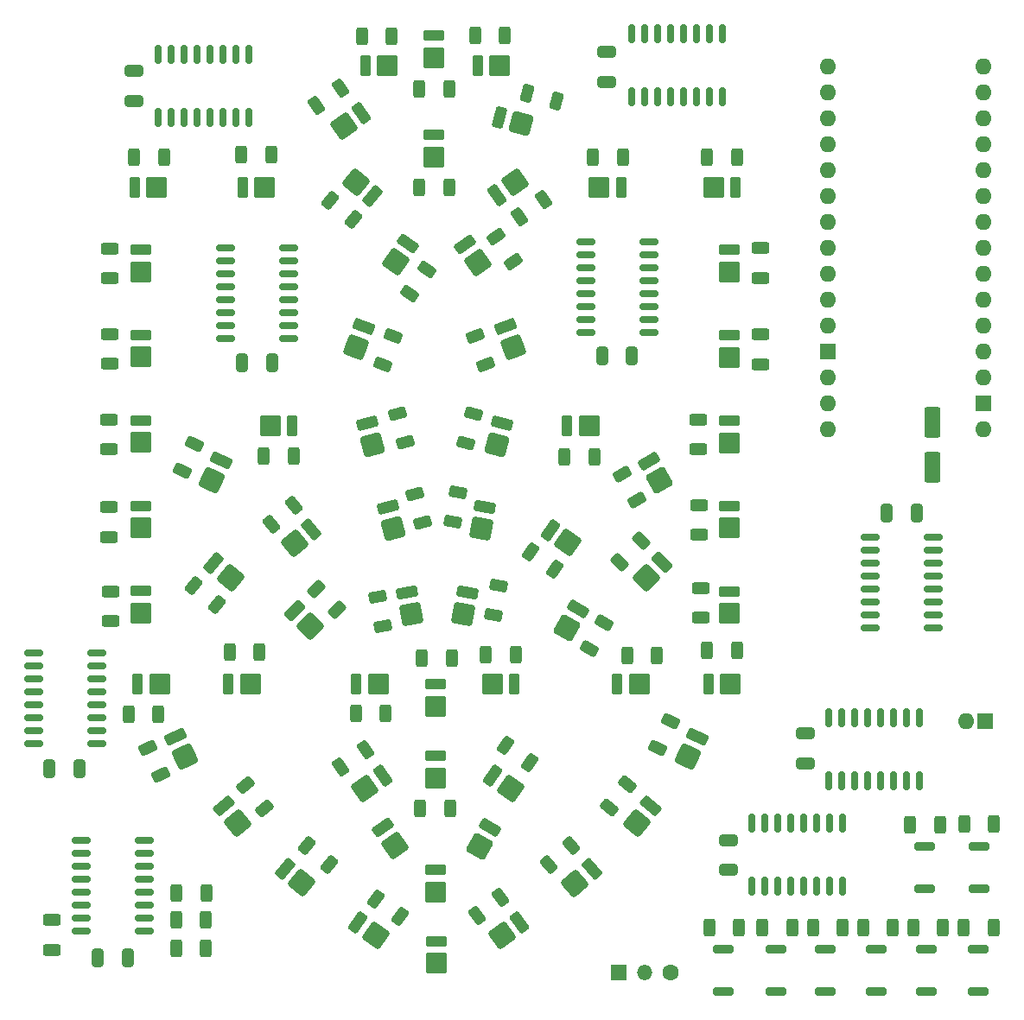
<source format=gbr>
%TF.GenerationSoftware,KiCad,Pcbnew,9.0.5*%
%TF.CreationDate,2025-10-19T21:09:40-05:00*%
%TF.ProjectId,slu,736c752e-6b69-4636-9164-5f7063625858,rev?*%
%TF.SameCoordinates,Original*%
%TF.FileFunction,Soldermask,Top*%
%TF.FilePolarity,Negative*%
%FSLAX46Y46*%
G04 Gerber Fmt 4.6, Leading zero omitted, Abs format (unit mm)*
G04 Created by KiCad (PCBNEW 9.0.5) date 2025-10-19 21:09:40*
%MOMM*%
%LPD*%
G01*
G04 APERTURE LIST*
G04 Aperture macros list*
%AMRoundRect*
0 Rectangle with rounded corners*
0 $1 Rounding radius*
0 $2 $3 $4 $5 $6 $7 $8 $9 X,Y pos of 4 corners*
0 Add a 4 corners polygon primitive as box body*
4,1,4,$2,$3,$4,$5,$6,$7,$8,$9,$2,$3,0*
0 Add four circle primitives for the rounded corners*
1,1,$1+$1,$2,$3*
1,1,$1+$1,$4,$5*
1,1,$1+$1,$6,$7*
1,1,$1+$1,$8,$9*
0 Add four rect primitives between the rounded corners*
20,1,$1+$1,$2,$3,$4,$5,0*
20,1,$1+$1,$4,$5,$6,$7,0*
20,1,$1+$1,$6,$7,$8,$9,0*
20,1,$1+$1,$8,$9,$2,$3,0*%
G04 Aperture macros list end*
%ADD10RoundRect,0.250000X-0.550000X1.250000X-0.550000X-1.250000X0.550000X-1.250000X0.550000X1.250000X0*%
%ADD11RoundRect,0.162500X0.750000X0.162500X-0.750000X0.162500X-0.750000X-0.162500X0.750000X-0.162500X0*%
%ADD12RoundRect,0.165000X-0.885000X0.385000X-0.885000X-0.385000X0.885000X-0.385000X0.885000X0.385000X0*%
%ADD13RoundRect,0.315000X-0.735000X0.735000X-0.735000X-0.735000X0.735000X-0.735000X0.735000X0.735000X0*%
%ADD14RoundRect,0.165000X-0.963306X0.059094X-0.699950X-0.664469X0.963306X-0.059094X0.699950X0.664469X0*%
%ADD15RoundRect,0.315000X-0.942059X0.439289X-0.439289X-0.942059X0.942059X-0.439289X0.439289X0.942059X0*%
%ADD16RoundRect,0.165000X-0.699950X0.664469X-0.963306X-0.059094X0.699950X-0.664469X0.963306X0.059094X0*%
%ADD17RoundRect,0.315000X-0.439289X0.942059X-0.942059X-0.439289X0.439289X-0.942059X0.942059X0.439289X0*%
%ADD18RoundRect,0.165000X-0.954490X0.142827X-0.755199X-0.600936X0.954490X-0.142827X0.755199X0.600936X0*%
%ADD19RoundRect,0.315000X-0.900187X0.519723X-0.519723X-0.900187X0.900187X-0.519723X0.519723X0.900187X0*%
%ADD20RoundRect,0.165000X-0.755199X0.600936X-0.954490X-0.142827X0.755199X-0.600936X0.954490X0.142827X0*%
%ADD21RoundRect,0.315000X-0.519723X0.900187X-0.900187X-0.519723X0.519723X-0.900187X0.900187X0.519723X0*%
%ADD22RoundRect,0.165000X-0.804700X0.532830X-0.938409X-0.225472X0.804700X-0.532830X0.938409X0.225472X0*%
%ADD23RoundRect,0.315000X-0.596202X0.851465X-0.851465X-0.596202X0.596202X-0.851465X0.851465X0.596202X0*%
%ADD24RoundRect,0.165000X-0.273940X0.925423X-0.863794X0.430476X0.273940X-0.925423X0.863794X-0.430476X0*%
%ADD25RoundRect,0.315000X0.090594X1.035492X-1.035492X0.090594X-0.090594X-1.035492X1.035492X-0.090594X0*%
%ADD26RoundRect,0.165000X0.385000X0.885000X-0.385000X0.885000X-0.385000X-0.885000X0.385000X-0.885000X0*%
%ADD27RoundRect,0.315000X0.735000X0.735000X-0.735000X0.735000X-0.735000X-0.735000X0.735000X-0.735000X0*%
%ADD28RoundRect,0.165000X-0.639374X0.722946X-0.964790X0.025089X0.639374X-0.722946X0.964790X-0.025089X0*%
%ADD29RoundRect,0.315000X-0.355512X0.976761X-0.976761X-0.355512X0.355512X-0.976761X0.976761X0.355512X0*%
%ADD30RoundRect,0.165000X-0.863794X-0.430476X-0.273940X-0.925423X0.863794X0.430476X0.273940X0.925423X0*%
%ADD31RoundRect,0.315000X-1.035492X-0.090594X0.090594X-1.035492X1.035492X0.090594X-0.090594X1.035492X0*%
%ADD32RoundRect,0.165000X-0.898026X-0.353553X-0.353553X-0.898026X0.898026X0.353553X0.353553X0.898026X0*%
%ADD33RoundRect,0.315000X-1.039447X0.000000X0.000000X-1.039447X1.039447X0.000000X0.000000X1.039447X0*%
%ADD34RoundRect,0.165000X-0.938409X0.225472X-0.804700X-0.532830X0.938409X-0.225472X0.804700X0.532830X0*%
%ADD35RoundRect,0.315000X-0.851465X0.596202X-0.596202X-0.851465X0.851465X-0.596202X0.596202X0.851465X0*%
%ADD36RoundRect,0.165000X-0.822989X-0.504123X-0.192242X-0.945776X0.822989X0.504123X0.192242X0.945776X0*%
%ADD37RoundRect,0.315000X-1.023655X-0.180498X0.180498X-1.023655X1.023655X0.180498X-0.180498X1.023655X0*%
%ADD38RoundRect,0.165000X-0.385000X-0.885000X0.385000X-0.885000X0.385000X0.885000X-0.385000X0.885000X0*%
%ADD39RoundRect,0.315000X-0.735000X-0.735000X0.735000X-0.735000X0.735000X0.735000X-0.735000X0.735000X0*%
%ADD40RoundRect,0.165000X-0.958932X-0.109080X-0.573932X-0.775920X0.958932X0.109080X0.573932X0.775920X0*%
%ADD41RoundRect,0.315000X-1.004029X0.269029X-0.269029X-1.004029X1.004029X-0.269029X0.269029X1.004029X0*%
%ADD42RoundRect,0.165000X-0.353553X0.898026X-0.898026X0.353553X0.353553X-0.898026X0.898026X-0.353553X0*%
%ADD43RoundRect,0.315000X0.000000X1.039447X-1.039447X0.000000X0.000000X-1.039447X1.039447X0.000000X0*%
%ADD44RoundRect,0.165000X-0.573932X0.775920X-0.958932X0.109080X0.573932X-0.775920X0.958932X-0.109080X0*%
%ADD45RoundRect,0.315000X-0.269029X1.004029X-1.004029X-0.269029X0.269029X-1.004029X1.004029X0.269029X0*%
%ADD46RoundRect,0.165000X-0.192242X0.945776X-0.822989X0.504123X0.192242X-0.945776X0.822989X-0.504123X0*%
%ADD47RoundRect,0.315000X0.180498X1.023655X-1.023655X0.180498X-0.180498X-1.023655X1.023655X-0.180498X0*%
%ADD48RoundRect,0.165000X-0.945776X-0.192242X-0.504123X-0.822989X0.945776X0.192242X0.504123X0.822989X0*%
%ADD49RoundRect,0.315000X-1.023655X0.180498X-0.180498X-1.023655X1.023655X-0.180498X0.180498X1.023655X0*%
%ADD50RoundRect,0.165000X0.863794X0.430476X0.273940X0.925423X-0.863794X-0.430476X-0.273940X-0.925423X0*%
%ADD51RoundRect,0.315000X1.035492X0.090594X-0.090594X1.035492X-1.035492X-0.090594X0.090594X-1.035492X0*%
%ADD52RoundRect,0.165000X-0.504123X0.822989X-0.945776X0.192242X0.504123X-0.822989X0.945776X-0.192242X0*%
%ADD53RoundRect,0.315000X-0.180498X1.023655X-1.023655X-0.180498X0.180498X-1.023655X1.023655X0.180498X0*%
%ADD54RoundRect,0.165000X-0.964790X-0.025089X-0.639374X-0.722946X0.964790X0.025089X0.639374X0.722946X0*%
%ADD55RoundRect,0.315000X-0.976761X0.355512X-0.355512X-0.976761X0.976761X-0.355512X0.355512X0.976761X0*%
%ADD56RoundRect,0.165000X-0.925423X-0.273940X-0.430476X-0.863794X0.925423X0.273940X0.430476X0.863794X0*%
%ADD57RoundRect,0.315000X-1.035492X0.090594X-0.090594X-1.035492X1.035492X-0.090594X0.090594X1.035492X0*%
%ADD58RoundRect,0.165000X-0.600936X-0.755199X0.142827X-0.954490X0.600936X0.755199X-0.142827X0.954490X0*%
%ADD59RoundRect,0.315000X-0.900187X-0.519723X0.519723X-0.900187X0.900187X0.519723X-0.519723X0.900187X0*%
%ADD60RoundRect,0.165000X0.192242X-0.945776X0.822989X-0.504123X-0.192242X0.945776X-0.822989X0.504123X0*%
%ADD61RoundRect,0.315000X-0.180498X-1.023655X1.023655X-0.180498X0.180498X1.023655X-1.023655X0.180498X0*%
%ADD62RoundRect,0.165000X-0.430476X0.863794X-0.925423X0.273940X0.430476X-0.863794X0.925423X-0.273940X0*%
%ADD63RoundRect,0.315000X-0.090594X1.035492X-1.035492X-0.090594X0.090594X-1.035492X1.035492X0.090594X0*%
%ADD64RoundRect,0.165000X-0.290049X0.920501X-0.871175X0.415335X0.290049X-0.920501X0.871175X-0.415335X0*%
%ADD65RoundRect,0.315000X0.072508X1.036915X-1.036915X0.072508X-0.072508X-1.036915X1.036915X-0.072508X0*%
%ADD66RoundRect,0.165000X-0.208718X0.942277X-0.831661X0.489683X0.208718X-0.942277X0.831661X-0.489683X0*%
%ADD67RoundRect,0.315000X0.162605X1.026650X-1.026650X0.162605X-0.162605X-1.026650X1.026650X-0.162605X0*%
%ADD68RoundRect,0.250000X-0.312500X-0.625000X0.312500X-0.625000X0.312500X0.625000X-0.312500X0.625000X0*%
%ADD69RoundRect,0.250000X-0.694189X0.079891X-0.480427X-0.507417X0.694189X-0.079891X0.480427X0.507417X0*%
%ADD70RoundRect,0.250000X0.480427X-0.507417X0.694189X0.079891X-0.480427X0.507417X-0.694189X-0.079891X0*%
%ADD71RoundRect,0.250000X-0.684585X0.140090X-0.522823X-0.463614X0.684585X-0.140090X0.522823X0.463614X0*%
%ADD72RoundRect,0.250000X-0.522823X0.463614X-0.684585X-0.140090X0.522823X-0.463614X0.684585X0.140090X0*%
%ADD73RoundRect,0.250000X-0.561240X0.416283X-0.669770X-0.199222X0.561240X-0.416283X0.669770X0.199222X0*%
%ADD74RoundRect,0.250000X0.162353X-0.679649X0.641131X-0.277907X-0.162353X0.679649X-0.641131X0.277907X0*%
%ADD75RoundRect,0.250000X0.434374X-0.547358X0.698511X0.019085X-0.434374X0.547358X-0.698511X-0.019085X0*%
%ADD76RoundRect,0.250000X0.641131X0.277907X0.162353X0.679649X-0.641131X-0.277907X-0.162353X-0.679649X0*%
%ADD77RoundRect,0.250000X0.662913X0.220971X0.220971X0.662913X-0.662913X-0.220971X-0.220971X-0.662913X0*%
%ADD78RoundRect,0.250000X0.669770X-0.199222X0.561240X0.416283X-0.669770X0.199222X-0.561240X-0.416283X0*%
%ADD79RoundRect,0.250000X0.561240X-0.416283X0.669770X0.199222X-0.561240X0.416283X-0.669770X-0.199222X0*%
%ADD80RoundRect,0.250000X0.614470X0.332727X0.102500X0.691213X-0.614470X-0.332727X-0.102500X-0.691213X0*%
%ADD81RoundRect,0.250000X0.697516X0.041867X0.385016X0.583133X-0.697516X-0.041867X-0.385016X-0.583133X0*%
%ADD82RoundRect,0.250000X0.220971X-0.662913X0.662913X-0.220971X-0.220971X0.662913X-0.662913X0.220971X0*%
%ADD83RoundRect,0.250000X0.385016X-0.583133X0.697516X-0.041867X-0.385016X0.583133X-0.697516X0.041867X0*%
%ADD84RoundRect,0.250000X0.312500X0.625000X-0.312500X0.625000X-0.312500X-0.625000X0.312500X-0.625000X0*%
%ADD85RoundRect,0.250000X-0.102500X0.691213X-0.614470X0.332727X0.102500X-0.691213X0.614470X-0.332727X0*%
%ADD86RoundRect,0.250000X0.625000X-0.312500X0.625000X0.312500X-0.625000X0.312500X-0.625000X-0.312500X0*%
%ADD87RoundRect,0.250000X-0.332727X0.614470X-0.691213X0.102500X0.332727X-0.614470X0.691213X-0.102500X0*%
%ADD88RoundRect,0.250000X-0.625000X0.312500X-0.625000X-0.312500X0.625000X-0.312500X0.625000X0.312500X0*%
%ADD89RoundRect,0.250000X0.698511X-0.019085X0.434374X0.547358X-0.698511X0.019085X-0.434374X-0.547358X0*%
%ADD90RoundRect,0.250000X0.679649X0.162353X0.277907X0.641131X-0.679649X-0.162353X-0.277907X-0.641131X0*%
%ADD91RoundRect,0.250000X0.620184X0.321953X0.114548X0.689319X-0.620184X-0.321953X-0.114548X-0.689319X0*%
%ADD92RoundRect,0.250000X-0.463614X-0.522823X0.140090X-0.684585X0.463614X0.522823X-0.140090X0.684585X0*%
%ADD93RoundRect,0.250000X0.102500X-0.691213X0.614470X-0.332727X-0.102500X0.691213X-0.614470X0.332727X0*%
%ADD94RoundRect,0.250000X-0.691213X-0.102500X-0.332727X-0.614470X0.691213X0.102500X0.332727X0.614470X0*%
%ADD95RoundRect,0.250000X0.289054X-0.636183X0.682379X-0.150467X-0.289054X0.636183X-0.682379X0.150467X0*%
%ADD96RoundRect,0.250000X0.174190X-0.676712X0.645884X-0.266675X-0.174190X0.676712X-0.645884X0.266675X0*%
%ADD97RoundRect,0.250000X0.126561X-0.687214X0.625708X-0.311080X-0.126561X0.687214X-0.625708X0.311080X0*%
%ADD98RoundRect,0.162500X-0.750000X-0.162500X0.750000X-0.162500X0.750000X0.162500X-0.750000X0.162500X0*%
%ADD99RoundRect,0.162500X0.162500X-0.750000X0.162500X0.750000X-0.162500X0.750000X-0.162500X-0.750000X0*%
%ADD100RoundRect,0.200000X0.800000X-0.200000X0.800000X0.200000X-0.800000X0.200000X-0.800000X-0.200000X0*%
%ADD101RoundRect,0.250000X-0.650000X0.325000X-0.650000X-0.325000X0.650000X-0.325000X0.650000X0.325000X0*%
%ADD102RoundRect,0.250000X-0.325000X-0.650000X0.325000X-0.650000X0.325000X0.650000X-0.325000X0.650000X0*%
%ADD103RoundRect,0.250000X0.325000X0.650000X-0.325000X0.650000X-0.325000X-0.650000X0.325000X-0.650000X0*%
%ADD104RoundRect,0.250000X0.650000X-0.325000X0.650000X0.325000X-0.650000X0.325000X-0.650000X-0.325000X0*%
%ADD105C,1.600000*%
%ADD106O,1.500000X1.500000*%
%ADD107R,1.600000X1.600000*%
%ADD108O,1.600000X1.600000*%
G04 APERTURE END LIST*
D10*
%TO.C,bc1*%
X148880000Y-91070000D03*
X148880000Y-95470000D03*
%TD*%
D11*
%TO.C,ICO7*%
X85807500Y-82875000D03*
X85807500Y-81605000D03*
X85807500Y-80335000D03*
X85807500Y-79065000D03*
X85807500Y-77795000D03*
X85807500Y-76525000D03*
X85807500Y-75255000D03*
X85807500Y-73985000D03*
X79632500Y-73985000D03*
X79632500Y-75255000D03*
X79632500Y-76525000D03*
X79632500Y-77795000D03*
X79632500Y-79065000D03*
X79632500Y-80335000D03*
X79632500Y-81605000D03*
X79632500Y-82875000D03*
%TD*%
D12*
%TO.C,d64*%
X100090000Y-53200000D03*
D13*
X100090000Y-55350000D03*
%TD*%
D12*
%TO.C,d63*%
X100090000Y-62940000D03*
D13*
X100090000Y-65090000D03*
%TD*%
D14*
%TO.C,d62*%
X107121693Y-81740812D03*
D15*
X107857036Y-83761151D03*
%TD*%
D16*
%TO.C,d61*%
X93188307Y-81740812D03*
D17*
X92452964Y-83761151D03*
%TD*%
D18*
%TO.C,d60*%
X93533182Y-91225659D03*
D19*
X94089643Y-93302400D03*
%TD*%
D20*
%TO.C,d59*%
X106776818Y-91225659D03*
D21*
X106220357Y-93302400D03*
%TD*%
D22*
%TO.C,d58*%
X105082689Y-99400358D03*
D23*
X104709345Y-101517694D03*
%TD*%
D18*
%TO.C,d57*%
X95563182Y-99425659D03*
D19*
X96119643Y-101502400D03*
%TD*%
D24*
%TO.C,d56*%
X88076500Y-101558665D03*
D25*
X86429504Y-102940658D03*
%TD*%
D26*
%TO.C,d55*%
X86200000Y-91450000D03*
D27*
X84050000Y-91450000D03*
%TD*%
D28*
%TO.C,d54*%
X79206308Y-94845548D03*
D29*
X78297679Y-96794109D03*
%TD*%
D30*
%TO.C,d53*%
X78503500Y-104918665D03*
D31*
X80150496Y-106300658D03*
%TD*%
D32*
%TO.C,d52*%
X86402477Y-109592477D03*
D33*
X87922756Y-111112756D03*
%TD*%
D34*
%TO.C,d51*%
X97477311Y-107770358D03*
D35*
X97850655Y-109887694D03*
%TD*%
D22*
%TO.C,d50*%
X103352689Y-107770358D03*
D23*
X102979345Y-109887694D03*
%TD*%
D36*
%TO.C,d49*%
X111462336Y-101651408D03*
D37*
X113223513Y-102884597D03*
%TD*%
D38*
%TO.C,d48*%
X113120000Y-91450000D03*
D39*
X115270000Y-91450000D03*
%TD*%
D40*
%TO.C,d47*%
X121110000Y-94899526D03*
D41*
X122185000Y-96761481D03*
%TD*%
D42*
%TO.C,d46*%
X122387523Y-104832477D03*
D43*
X120867244Y-106352756D03*
%TD*%
D44*
%TO.C,d45*%
X114170000Y-109379526D03*
D45*
X113095000Y-111241481D03*
%TD*%
D38*
%TO.C,d44*%
X79950000Y-116770000D03*
D39*
X82100000Y-116770000D03*
%TD*%
D38*
%TO.C,d43*%
X92470000Y-116770000D03*
D39*
X94620000Y-116770000D03*
%TD*%
D38*
%TO.C,d42*%
X118030000Y-116770000D03*
D39*
X120180000Y-116770000D03*
%TD*%
D26*
%TO.C,d41*%
X107980000Y-116770000D03*
D27*
X105830000Y-116770000D03*
%TD*%
D12*
%TO.C,d40*%
X100250000Y-116770000D03*
D13*
X100250000Y-118920000D03*
%TD*%
D12*
%TO.C,d39*%
X100250000Y-123800000D03*
D13*
X100250000Y-125950000D03*
%TD*%
D36*
%TO.C,d38*%
X105802336Y-125761408D03*
D37*
X107563513Y-126994597D03*
%TD*%
D46*
%TO.C,d37*%
X95037664Y-125761408D03*
D47*
X93276487Y-126994597D03*
%TD*%
D48*
%TO.C,d36*%
X95051408Y-130852336D03*
D49*
X96284597Y-132613513D03*
%TD*%
D44*
%TO.C,d35*%
X105600000Y-130789526D03*
D45*
X104525000Y-132651481D03*
%TD*%
D12*
%TO.C,d34*%
X100270000Y-134990000D03*
D13*
X100270000Y-137140000D03*
%TD*%
D12*
%TO.C,d33*%
X100340000Y-141990000D03*
D13*
X100340000Y-144140000D03*
%TD*%
D38*
%TO.C,d32*%
X93355000Y-56130000D03*
D39*
X95505000Y-56130000D03*
%TD*%
D46*
%TO.C,d31*%
X92987664Y-60831408D03*
D47*
X91226487Y-62064597D03*
%TD*%
D50*
%TO.C,d30*%
X94086500Y-68931335D03*
D51*
X92439504Y-67549342D03*
%TD*%
D52*
%TO.C,d29*%
X97568592Y-73582336D03*
D53*
X96335403Y-75343513D03*
%TD*%
D38*
%TO.C,d28*%
X81360000Y-68070000D03*
D39*
X83510000Y-68070000D03*
%TD*%
D38*
%TO.C,d27*%
X70770000Y-68070000D03*
D39*
X72920000Y-68070000D03*
%TD*%
D12*
%TO.C,d26*%
X71340000Y-74191667D03*
D13*
X71340000Y-76341667D03*
%TD*%
D12*
%TO.C,d25*%
X71340000Y-82553333D03*
D13*
X71340000Y-84703333D03*
%TD*%
D12*
%TO.C,d24*%
X71340000Y-90915000D03*
D13*
X71340000Y-93065000D03*
%TD*%
D12*
%TO.C,d23*%
X71340000Y-99276667D03*
D13*
X71340000Y-101426667D03*
%TD*%
D12*
%TO.C,d22*%
X71340000Y-107638333D03*
D13*
X71340000Y-109788333D03*
%TD*%
D38*
%TO.C,d21*%
X71040000Y-116770000D03*
D39*
X73190000Y-116770000D03*
%TD*%
D54*
%TO.C,d20*%
X74753692Y-121915548D03*
D55*
X75662321Y-123864109D03*
%TD*%
D56*
%TO.C,d19*%
X79458665Y-128703500D03*
D57*
X80840658Y-130350496D03*
%TD*%
D30*
%TO.C,d18*%
X85493004Y-134848007D03*
D31*
X87140000Y-136230000D03*
%TD*%
D36*
%TO.C,d17*%
X92592336Y-140141408D03*
D37*
X94353513Y-141374597D03*
%TD*%
D38*
%TO.C,d16*%
X104385000Y-56130000D03*
D39*
X106535000Y-56130000D03*
%TD*%
D58*
%TO.C,d15*%
X106505659Y-61253182D03*
D59*
X108582400Y-61809643D03*
%TD*%
D60*
%TO.C,d14*%
X106232336Y-68838592D03*
D61*
X107993513Y-67605403D03*
%TD*%
D48*
%TO.C,d13*%
X103141408Y-73672336D03*
D49*
X104374597Y-75433513D03*
%TD*%
D26*
%TO.C,d12*%
X118410000Y-68070000D03*
D27*
X116260000Y-68070000D03*
%TD*%
D26*
%TO.C,d11*%
X129630000Y-68070000D03*
D27*
X127480000Y-68070000D03*
%TD*%
D12*
%TO.C,d10*%
X129050000Y-74201667D03*
D13*
X129050000Y-76351667D03*
%TD*%
D12*
%TO.C,d9*%
X129050000Y-82573333D03*
D13*
X129050000Y-84723333D03*
%TD*%
D12*
%TO.C,d8*%
X129050000Y-90945000D03*
D13*
X129050000Y-93095000D03*
%TD*%
D12*
%TO.C,d7*%
X129050000Y-99316667D03*
D13*
X129050000Y-101466667D03*
%TD*%
D12*
%TO.C,d6*%
X129050000Y-107688333D03*
D13*
X129050000Y-109838333D03*
%TD*%
D38*
%TO.C,d5*%
X126950000Y-116770000D03*
D39*
X129100000Y-116770000D03*
%TD*%
D28*
%TO.C,d4*%
X125876308Y-121915548D03*
D29*
X124967679Y-123864109D03*
%TD*%
D62*
%TO.C,d3*%
X121341335Y-128703500D03*
D63*
X119959342Y-130350496D03*
%TD*%
D64*
%TO.C,d2*%
X115521311Y-134870881D03*
D65*
X113898685Y-136281408D03*
%TD*%
D66*
%TO.C,d1*%
X108464083Y-140122368D03*
D67*
X106724696Y-141386106D03*
%TD*%
D68*
%TO.C,r64*%
X98627500Y-58380000D03*
X101552500Y-58380000D03*
%TD*%
%TO.C,r63*%
X98627500Y-68030000D03*
X101552500Y-68030000D03*
%TD*%
D69*
%TO.C,r62*%
X104149796Y-82645700D03*
X105150204Y-85394300D03*
%TD*%
D70*
%TO.C,r61*%
X95109796Y-85394300D03*
X96110204Y-82645700D03*
%TD*%
D71*
%TO.C,r60*%
X96511477Y-90237333D03*
X97268523Y-93062667D03*
%TD*%
D72*
%TO.C,r59*%
X103968523Y-90287333D03*
X103211477Y-93112667D03*
%TD*%
D73*
%TO.C,r58*%
X102453960Y-97979719D03*
X101946040Y-100860281D03*
%TD*%
D71*
%TO.C,r57*%
X98231477Y-98107333D03*
X98988523Y-100932667D03*
%TD*%
D74*
%TO.C,r56*%
X84129660Y-101070077D03*
X86370340Y-99189923D03*
%TD*%
D68*
%TO.C,r55*%
X83397500Y-94400000D03*
X86322500Y-94400000D03*
%TD*%
D75*
%TO.C,r54*%
X75411921Y-95845475D03*
X76648079Y-93194525D03*
%TD*%
D76*
%TO.C,r53*%
X78780681Y-109000154D03*
X76540001Y-107120000D03*
%TD*%
D77*
%TO.C,r52*%
X90604144Y-109514144D03*
X88535856Y-107445856D03*
%TD*%
D78*
%TO.C,r51*%
X95073960Y-111110281D03*
X94566040Y-108229719D03*
%TD*%
D79*
%TO.C,r50*%
X105912078Y-109990560D03*
X106419998Y-107109998D03*
%TD*%
D80*
%TO.C,r49*%
X111949999Y-105520000D03*
X109553979Y-103842288D03*
%TD*%
D68*
%TO.C,r48*%
X112887500Y-94510000D03*
X115812500Y-94510000D03*
%TD*%
D81*
%TO.C,r47*%
X119981250Y-98726562D03*
X118518750Y-96193438D03*
%TD*%
D82*
%TO.C,r46*%
X118285856Y-104784144D03*
X120354144Y-102715856D03*
%TD*%
D83*
%TO.C,r45*%
X115318750Y-113306562D03*
X116781250Y-110773438D03*
%TD*%
D68*
%TO.C,r44*%
X80047500Y-113660000D03*
X82972500Y-113660000D03*
%TD*%
%TO.C,r43*%
X92427500Y-119650000D03*
X95352500Y-119650000D03*
%TD*%
%TO.C,r42*%
X119007500Y-113920000D03*
X121932500Y-113920000D03*
%TD*%
%TO.C,r41*%
X105177500Y-113900000D03*
X108102500Y-113900000D03*
%TD*%
D84*
%TO.C,r40*%
X101812500Y-114210000D03*
X98887500Y-114210000D03*
%TD*%
%TO.C,r39*%
X101642500Y-128970000D03*
X98717500Y-128970000D03*
%TD*%
D80*
%TO.C,r38*%
X109508010Y-124418856D03*
X107111990Y-122741144D03*
%TD*%
D85*
%TO.C,r37*%
X93338010Y-123221144D03*
X90941990Y-124898856D03*
%TD*%
D84*
%TO.C,r36*%
X77782500Y-137210000D03*
X74857500Y-137210000D03*
%TD*%
%TO.C,r35*%
X77720000Y-139880000D03*
X74795000Y-139880000D03*
%TD*%
%TO.C,r34*%
X77720000Y-142630000D03*
X74795000Y-142630000D03*
%TD*%
D86*
%TO.C,r33*%
X62672500Y-142827500D03*
X62672500Y-139902500D03*
%TD*%
D84*
%TO.C,r32*%
X95952500Y-53230000D03*
X93027500Y-53230000D03*
%TD*%
D85*
%TO.C,r31*%
X90938010Y-58371144D03*
X88541990Y-60048856D03*
%TD*%
D76*
%TO.C,r30*%
X92170340Y-71240077D03*
X89929660Y-69359923D03*
%TD*%
D87*
%TO.C,r29*%
X99388856Y-76081990D03*
X97711144Y-78478010D03*
%TD*%
D84*
%TO.C,r28*%
X84122500Y-64860000D03*
X81197500Y-64860000D03*
%TD*%
%TO.C,r27*%
X73622500Y-65130000D03*
X70697500Y-65130000D03*
%TD*%
D86*
%TO.C,r26*%
X68360000Y-76994167D03*
X68360000Y-74069167D03*
%TD*%
%TO.C,r25*%
X68360000Y-85355833D03*
X68360000Y-82430833D03*
%TD*%
D88*
%TO.C,r24*%
X68270000Y-90807500D03*
X68270000Y-93732500D03*
%TD*%
%TO.C,r23*%
X68270000Y-99407500D03*
X68270000Y-102332500D03*
%TD*%
%TO.C,r22*%
X68390000Y-107667500D03*
X68390000Y-110592500D03*
%TD*%
D84*
%TO.C,r21*%
X73092500Y-119730000D03*
X70167500Y-119730000D03*
%TD*%
D89*
%TO.C,r20*%
X73288079Y-125685475D03*
X72051921Y-123034525D03*
%TD*%
D90*
%TO.C,r19*%
X83480077Y-128920340D03*
X81599923Y-126679660D03*
%TD*%
D76*
%TO.C,r18*%
X89830340Y-134470077D03*
X87589660Y-132589923D03*
%TD*%
D91*
%TO.C,r17*%
X96793187Y-139519636D03*
X94426813Y-137800364D03*
%TD*%
D68*
%TO.C,r16*%
X104097500Y-53200000D03*
X107022500Y-53200000D03*
%TD*%
D92*
%TO.C,r15*%
X109247333Y-58851477D03*
X112072667Y-59608523D03*
%TD*%
D93*
%TO.C,r14*%
X108453981Y-70947712D03*
X110850001Y-69270000D03*
%TD*%
D94*
%TO.C,r13*%
X106201144Y-72931990D03*
X107878856Y-75328010D03*
%TD*%
D68*
%TO.C,r12*%
X115647500Y-65130000D03*
X118572500Y-65130000D03*
%TD*%
%TO.C,r11*%
X126829999Y-65129999D03*
X129754999Y-65129999D03*
%TD*%
D86*
%TO.C,r10*%
X132060000Y-76922500D03*
X132060000Y-73997500D03*
%TD*%
%TO.C,r9*%
X132100000Y-85432500D03*
X132100000Y-82507500D03*
%TD*%
D88*
%TO.C,r8*%
X125950000Y-90822500D03*
X125950000Y-93747500D03*
%TD*%
%TO.C,r7*%
X126080000Y-99207500D03*
X126080000Y-102132500D03*
%TD*%
%TO.C,r6*%
X126210000Y-107327500D03*
X126210000Y-110252500D03*
%TD*%
D68*
%TO.C,r5*%
X126827500Y-113490000D03*
X129752500Y-113490000D03*
%TD*%
D75*
%TO.C,r4*%
X122011921Y-123015475D03*
X123248079Y-120364525D03*
%TD*%
D95*
%TO.C,r3*%
X117219619Y-128866576D03*
X119060381Y-126593424D03*
%TD*%
D96*
%TO.C,r2*%
X111286237Y-134479486D03*
X113493763Y-132560514D03*
%TD*%
D97*
%TO.C,r1*%
X104271996Y-139430154D03*
X106608004Y-137669846D03*
%TD*%
D84*
%TO.C,r72*%
X154922500Y-140640000D03*
X151997500Y-140640000D03*
%TD*%
%TO.C,r71*%
X149972500Y-140640000D03*
X147047500Y-140640000D03*
%TD*%
%TO.C,r70*%
X145052500Y-140660000D03*
X142127500Y-140660000D03*
%TD*%
%TO.C,r69*%
X140122500Y-140660000D03*
X137197500Y-140660000D03*
%TD*%
%TO.C,r68*%
X135192500Y-140630000D03*
X132267500Y-140630000D03*
%TD*%
%TO.C,r67*%
X129972500Y-140610000D03*
X127047500Y-140610000D03*
%TD*%
%TO.C,r66*%
X154965000Y-130500000D03*
X152040000Y-130500000D03*
%TD*%
%TO.C,r65*%
X149652500Y-130530000D03*
X146727500Y-130530000D03*
%TD*%
D98*
%TO.C,ICO8*%
X142810000Y-102380000D03*
X142810000Y-103650000D03*
X142810000Y-104920000D03*
X142810000Y-106190000D03*
X142810000Y-107460000D03*
X142810000Y-108730000D03*
X142810000Y-110000000D03*
X142810000Y-111270000D03*
X148985000Y-111270000D03*
X148985000Y-110000000D03*
X148985000Y-108730000D03*
X148985000Y-107460000D03*
X148985000Y-106190000D03*
X148985000Y-104920000D03*
X148985000Y-103650000D03*
X148985000Y-102380000D03*
%TD*%
D11*
%TO.C,ICO6*%
X121140000Y-82300000D03*
X121140000Y-81030000D03*
X121140000Y-79760000D03*
X121140000Y-78490000D03*
X121140000Y-77220000D03*
X121140000Y-75950000D03*
X121140000Y-74680000D03*
X121140000Y-73410000D03*
X114965000Y-73410000D03*
X114965000Y-74680000D03*
X114965000Y-75950000D03*
X114965000Y-77220000D03*
X114965000Y-78490000D03*
X114965000Y-79760000D03*
X114965000Y-81030000D03*
X114965000Y-82300000D03*
%TD*%
%TO.C,ICO5*%
X71707500Y-140985000D03*
X71707500Y-139715000D03*
X71707500Y-138445000D03*
X71707500Y-137175000D03*
X71707500Y-135905000D03*
X71707500Y-134635000D03*
X71707500Y-133365000D03*
X71707500Y-132095000D03*
X65532500Y-132095000D03*
X65532500Y-133365000D03*
X65532500Y-134635000D03*
X65532500Y-135905000D03*
X65532500Y-137175000D03*
X65532500Y-138445000D03*
X65532500Y-139715000D03*
X65532500Y-140985000D03*
%TD*%
D99*
%TO.C,ICO4*%
X73050000Y-61210000D03*
X74320000Y-61210000D03*
X75590000Y-61210000D03*
X76860000Y-61210000D03*
X78130000Y-61210000D03*
X79400000Y-61210000D03*
X80670000Y-61210000D03*
X81940000Y-61210000D03*
X81940000Y-55035000D03*
X80670000Y-55035000D03*
X79400000Y-55035000D03*
X78130000Y-55035000D03*
X76860000Y-55035000D03*
X75590000Y-55035000D03*
X74320000Y-55035000D03*
X73050000Y-55035000D03*
%TD*%
D11*
%TO.C,ICO3*%
X67042500Y-122575000D03*
X67042500Y-121305000D03*
X67042500Y-120035000D03*
X67042500Y-118765000D03*
X67042500Y-117495000D03*
X67042500Y-116225000D03*
X67042500Y-114955000D03*
X67042500Y-113685000D03*
X60867500Y-113685000D03*
X60867500Y-114955000D03*
X60867500Y-116225000D03*
X60867500Y-117495000D03*
X60867500Y-118765000D03*
X60867500Y-120035000D03*
X60867500Y-121305000D03*
X60867500Y-122575000D03*
%TD*%
D99*
%TO.C,ICO2*%
X119417500Y-59187500D03*
X120687500Y-59187500D03*
X121957500Y-59187500D03*
X123227500Y-59187500D03*
X124497500Y-59187500D03*
X125767500Y-59187500D03*
X127037500Y-59187500D03*
X128307500Y-59187500D03*
X128307500Y-53012500D03*
X127037500Y-53012500D03*
X125767500Y-53012500D03*
X124497500Y-53012500D03*
X123227500Y-53012500D03*
X121957500Y-53012500D03*
X120687500Y-53012500D03*
X119417500Y-53012500D03*
%TD*%
%TO.C,ICO1*%
X138797500Y-126227500D03*
X140067500Y-126227500D03*
X141337500Y-126227500D03*
X142607500Y-126227500D03*
X143877500Y-126227500D03*
X145147500Y-126227500D03*
X146417500Y-126227500D03*
X147687500Y-126227500D03*
X147687500Y-120052500D03*
X146417500Y-120052500D03*
X145147500Y-120052500D03*
X143877500Y-120052500D03*
X142607500Y-120052500D03*
X141337500Y-120052500D03*
X140067500Y-120052500D03*
X138797500Y-120052500D03*
%TD*%
%TO.C,ICI1*%
X131205000Y-136527500D03*
X132475000Y-136527500D03*
X133745000Y-136527500D03*
X135015000Y-136527500D03*
X136285000Y-136527500D03*
X137555000Y-136527500D03*
X138825000Y-136527500D03*
X140095000Y-136527500D03*
X140095000Y-130352500D03*
X138825000Y-130352500D03*
X137555000Y-130352500D03*
X136285000Y-130352500D03*
X135015000Y-130352500D03*
X133745000Y-130352500D03*
X132475000Y-130352500D03*
X131205000Y-130352500D03*
%TD*%
D100*
%TO.C,b8*%
X153400000Y-146910000D03*
X153400000Y-142710000D03*
%TD*%
%TO.C,b7*%
X148325000Y-146910000D03*
X148325000Y-142710000D03*
%TD*%
%TO.C,b6*%
X143450000Y-146910000D03*
X143450000Y-142710000D03*
%TD*%
%TO.C,b5*%
X138450000Y-146910000D03*
X138450000Y-142710000D03*
%TD*%
%TO.C,b4*%
X133600000Y-146910000D03*
X133600000Y-142710000D03*
%TD*%
%TO.C,b3*%
X128400000Y-146910000D03*
X128400000Y-142710000D03*
%TD*%
%TO.C,b2*%
X153465000Y-136850000D03*
X153465000Y-132650000D03*
%TD*%
%TO.C,b1*%
X148190000Y-136850000D03*
X148190000Y-132650000D03*
%TD*%
D101*
%TO.C,c1*%
X136490000Y-121595000D03*
X136490000Y-124545000D03*
%TD*%
%TO.C,c2*%
X116980002Y-54785000D03*
X116979998Y-57735000D03*
%TD*%
D102*
%TO.C,c3*%
X62390000Y-125040000D03*
X65340000Y-125040000D03*
%TD*%
D101*
%TO.C,c4*%
X70700000Y-56675000D03*
X70700000Y-59625000D03*
%TD*%
D102*
%TO.C,c5*%
X67132500Y-143635000D03*
X70082500Y-143635000D03*
%TD*%
%TO.C,c6*%
X116545000Y-84590000D03*
X119495000Y-84590000D03*
%TD*%
%TO.C,c7*%
X81265000Y-85290000D03*
X84215000Y-85290000D03*
%TD*%
D103*
%TO.C,c8*%
X147372500Y-99980000D03*
X144422500Y-99980000D03*
%TD*%
D104*
%TO.C,c9*%
X128980000Y-134995000D03*
X128980000Y-132045000D03*
%TD*%
D105*
%TO.C,sw1*%
X123260000Y-145030000D03*
D106*
X120720000Y-145030000D03*
D107*
X118180000Y-145030000D03*
%TD*%
D108*
%TO.C,BT1*%
X152190000Y-120405000D03*
D107*
X154115000Y-120405000D03*
%TD*%
D108*
%TO.C,a1*%
X138650000Y-91800000D03*
X138650000Y-89260000D03*
X138650000Y-86720000D03*
D107*
X138650000Y-84180000D03*
D108*
X138650000Y-81640000D03*
X138650000Y-79100000D03*
X138650000Y-76560000D03*
X138650000Y-74020000D03*
X138650000Y-71480000D03*
X138650000Y-68940000D03*
X138650000Y-66400000D03*
X138650000Y-63860000D03*
X138650000Y-61320000D03*
X138650000Y-58780000D03*
X138650000Y-56240000D03*
X153890000Y-56240000D03*
X153890000Y-58780000D03*
X153890000Y-61320000D03*
X153890000Y-63860000D03*
X153890000Y-66400000D03*
X153890000Y-68940000D03*
X153890000Y-71480000D03*
X153890000Y-74020000D03*
X153890000Y-76560000D03*
X153890000Y-79100000D03*
X153890000Y-81640000D03*
X153890000Y-84180000D03*
X153890000Y-86720000D03*
D107*
X153890000Y-89260000D03*
D108*
X153890000Y-91800000D03*
%TD*%
M02*

</source>
